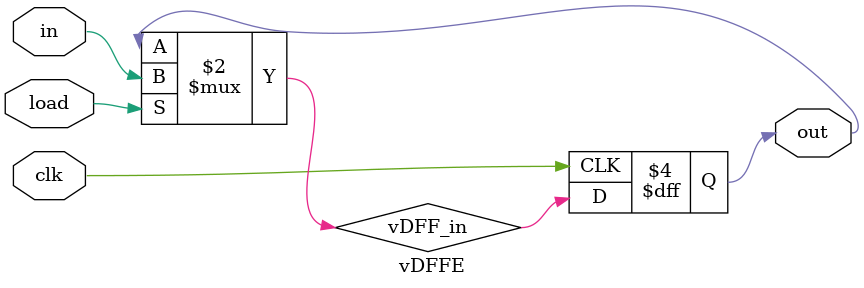
<source format=v>
module vDFFE(clk, load, in, out);
  parameter n=1;
  input clk, load;
  input [n-1:0] in;
  output [n-1:0] out;
  reg [n-1:0] out;
  reg [n-1:0] vDFF_in;

  always@(*)
    vDFF_in = (load) ? in : out;

  always @(posedge clk)
    out = vDFF_in;

endmodule
</source>
